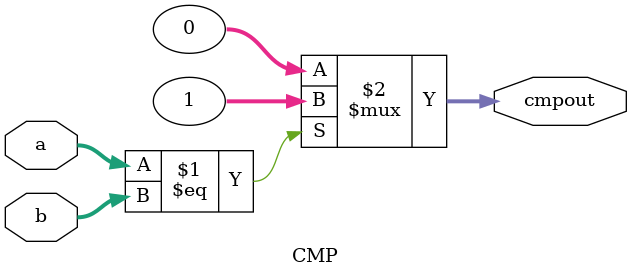
<source format=v>
`timescale 1ns / 1ps

module CMP(a,b,cmpout);
input [31:0]a,b;
output [31:0] cmpout;
assign cmpout=(a==b)?32'h1:32'h0;

endmodule

</source>
